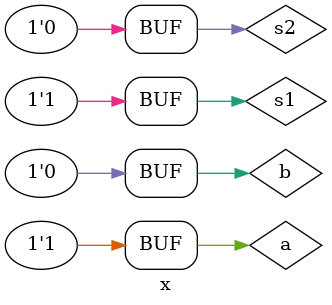
<source format=v>
module p
(
input a,
input b,
input s1,
input s2,
output o);

assign {o} = (s1==0)?(s2==0)?a&&b:a||b:(s2==0)?a+b:(!(a||b));

endmodule

module x;
reg a;
reg b;
reg s1;
reg s2;
wire o;

p obj(.a(a),.b(b),.s1(s1),.s2(s2),.o(o));

initial begin 
a=1;b=0;
s1=0;
s2=0;
#10 s2=1;
#10 s1=1;
#10 s2=0; 	
end

initial begin

$monitor("s1=%1b,s2=%1b, outpt=%1b",s1,s2,o);

end

endmodule

</source>
